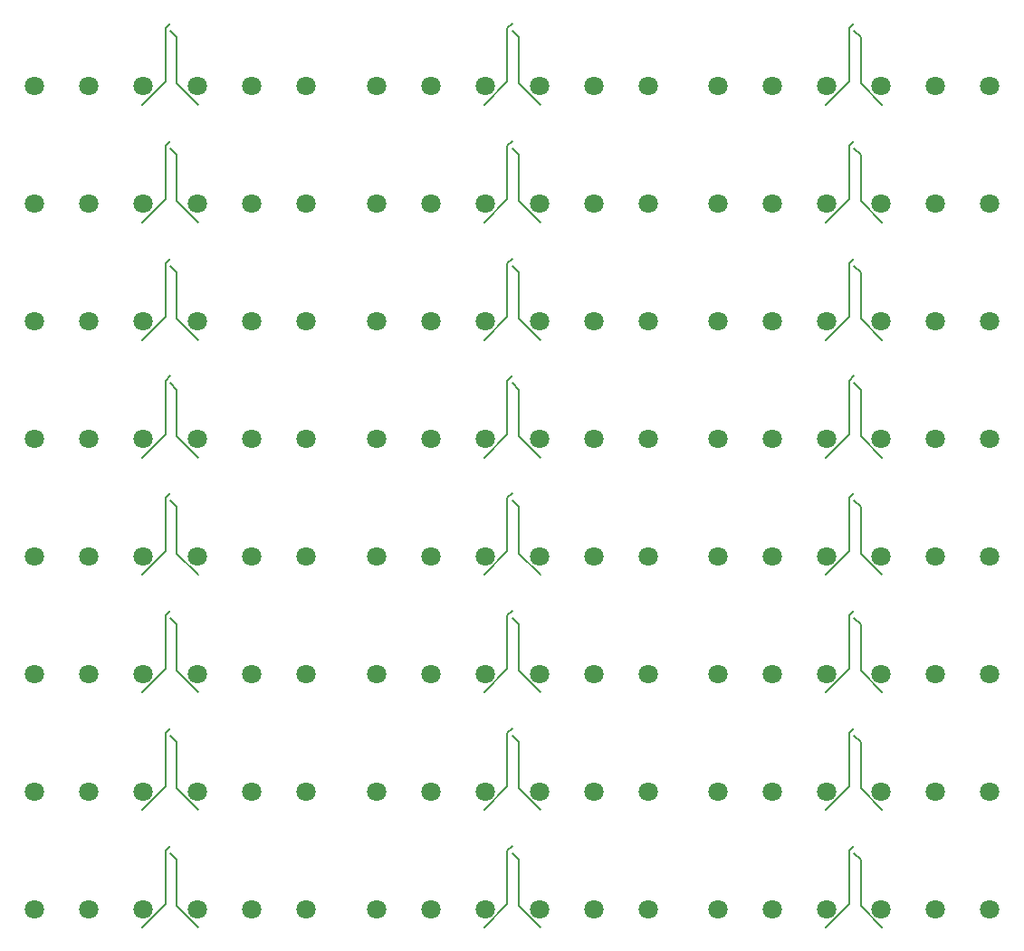
<source format=gbr>
%TF.GenerationSoftware,KiCad,Pcbnew,8.0.4-unknown-202407232306~396e531e7c~ubuntu22.04.1*%
%TF.CreationDate,2024-08-17T16:34:09+01:00*%
%TF.ProjectId,PANEL_DRY_ELEC_6CH_THIN,50414e45-4c5f-4445-9259-5f454c45435f,1.0*%
%TF.SameCoordinates,Original*%
%TF.FileFunction,Copper,L3,Inr*%
%TF.FilePolarity,Positive*%
%FSLAX46Y46*%
G04 Gerber Fmt 4.6, Leading zero omitted, Abs format (unit mm)*
G04 Created by KiCad (PCBNEW 8.0.4-unknown-202407232306~396e531e7c~ubuntu22.04.1) date 2024-08-17 16:34:09*
%MOMM*%
%LPD*%
G01*
G04 APERTURE LIST*
%TA.AperFunction,ComponentPad*%
%ADD10C,1.800000*%
%TD*%
%TA.AperFunction,Conductor*%
%ADD11C,0.127000*%
%TD*%
G04 APERTURE END LIST*
D10*
%TO.N,Board_3-/filtering_4/ELECTRODE*%
%TO.C,J20*%
X8300000Y-23500000D03*
%TD*%
%TO.N,Board_2-/filtering_6/ELECTRODE*%
%TO.C,J22*%
X82460000Y-12500000D03*
%TD*%
%TO.N,Board_17-/filtering_3/ELECTRODE*%
%TO.C,J19*%
X97700000Y-67500000D03*
%TD*%
%TO.N,Board_0-/filtering_6/ELECTRODE*%
%TO.C,J22*%
X18460000Y-12500000D03*
%TD*%
%TO.N,Board_12-/filtering_5/ELECTRODE*%
%TO.C,J21*%
X13380000Y-56500000D03*
%TD*%
%TO.N,Board_21-/filtering_2/ELECTRODE*%
%TO.C,J18*%
X28620000Y-89500000D03*
%TD*%
%TO.N,Board_15-/filtering_1/ELECTRODE*%
%TO.C,J17*%
X23540000Y-67500000D03*
%TD*%
%TO.N,Board_8-/filtering_4/ELECTRODE*%
%TO.C,J20*%
X72300000Y-34500000D03*
%TD*%
%TO.N,Board_8-/filtering_1/ELECTRODE*%
%TO.C,J17*%
X87540000Y-34500000D03*
%TD*%
%TO.N,Board_6-/filtering_4/ELECTRODE*%
%TO.C,J20*%
X8300000Y-34500000D03*
%TD*%
%TO.N,Board_14-/filtering_3/ELECTRODE*%
%TO.C,J19*%
X97700000Y-56500000D03*
%TD*%
%TO.N,Board_1-/filtering_6/ELECTRODE*%
%TO.C,J22*%
X50460000Y-12500000D03*
%TD*%
%TO.N,Board_15-/filtering_6/ELECTRODE*%
%TO.C,J22*%
X18460000Y-67500000D03*
%TD*%
%TO.N,Board_7-/filtering_1/ELECTRODE*%
%TO.C,J17*%
X55540000Y-34500000D03*
%TD*%
%TO.N,Board_20-/filtering_2/ELECTRODE*%
%TO.C,J18*%
X92620000Y-78500000D03*
%TD*%
%TO.N,Board_7-/filtering_4/ELECTRODE*%
%TO.C,J20*%
X40300000Y-34500000D03*
%TD*%
%TO.N,Board_12-/filtering_3/ELECTRODE*%
%TO.C,J19*%
X33700000Y-56500000D03*
%TD*%
%TO.N,Board_9-/filtering_2/ELECTRODE*%
%TO.C,J18*%
X28620000Y-45500000D03*
%TD*%
%TO.N,Board_17-/filtering_4/ELECTRODE*%
%TO.C,J20*%
X72300000Y-67500000D03*
%TD*%
%TO.N,Board_6-/filtering_6/ELECTRODE*%
%TO.C,J22*%
X18460000Y-34500000D03*
%TD*%
%TO.N,Board_16-/filtering_4/ELECTRODE*%
%TO.C,J20*%
X40300000Y-67500000D03*
%TD*%
%TO.N,Board_4-/filtering_2/ELECTRODE*%
%TO.C,J18*%
X60620000Y-23500000D03*
%TD*%
%TO.N,Board_15-/filtering_4/ELECTRODE*%
%TO.C,J20*%
X8300000Y-67500000D03*
%TD*%
%TO.N,Board_9-/filtering_3/ELECTRODE*%
%TO.C,J19*%
X33700000Y-45500000D03*
%TD*%
%TO.N,Board_14-/filtering_5/ELECTRODE*%
%TO.C,J21*%
X77380000Y-56500000D03*
%TD*%
%TO.N,Board_12-/filtering_4/ELECTRODE*%
%TO.C,J20*%
X8300000Y-56500000D03*
%TD*%
%TO.N,Board_9-/filtering_1/ELECTRODE*%
%TO.C,J17*%
X23540000Y-45500000D03*
%TD*%
%TO.N,Board_21-/filtering_3/ELECTRODE*%
%TO.C,J19*%
X33700000Y-89500000D03*
%TD*%
%TO.N,Board_10-/filtering_4/ELECTRODE*%
%TO.C,J20*%
X40300000Y-45500000D03*
%TD*%
%TO.N,Board_22-/filtering_2/ELECTRODE*%
%TO.C,J18*%
X60620000Y-89500000D03*
%TD*%
%TO.N,Board_19-/filtering_6/ELECTRODE*%
%TO.C,J22*%
X50460000Y-78500000D03*
%TD*%
%TO.N,Board_4-/filtering_1/ELECTRODE*%
%TO.C,J17*%
X55540000Y-23500000D03*
%TD*%
%TO.N,Board_19-/filtering_3/ELECTRODE*%
%TO.C,J19*%
X65700000Y-78500000D03*
%TD*%
%TO.N,Board_4-/filtering_3/ELECTRODE*%
%TO.C,J19*%
X65700000Y-23500000D03*
%TD*%
%TO.N,Board_6-/filtering_1/ELECTRODE*%
%TO.C,J17*%
X23540000Y-34500000D03*
%TD*%
%TO.N,Board_10-/filtering_1/ELECTRODE*%
%TO.C,J17*%
X55540000Y-45500000D03*
%TD*%
%TO.N,Board_9-/filtering_6/ELECTRODE*%
%TO.C,J22*%
X18460000Y-45500000D03*
%TD*%
%TO.N,Board_22-/filtering_3/ELECTRODE*%
%TO.C,J19*%
X65700000Y-89500000D03*
%TD*%
%TO.N,Board_23-/filtering_1/ELECTRODE*%
%TO.C,J17*%
X87540000Y-89500000D03*
%TD*%
%TO.N,Board_3-/filtering_2/ELECTRODE*%
%TO.C,J18*%
X28620000Y-23500000D03*
%TD*%
%TO.N,Board_11-/filtering_6/ELECTRODE*%
%TO.C,J22*%
X82460000Y-45500000D03*
%TD*%
%TO.N,Board_7-/filtering_5/ELECTRODE*%
%TO.C,J21*%
X45380000Y-34500000D03*
%TD*%
%TO.N,Board_17-/filtering_2/ELECTRODE*%
%TO.C,J18*%
X92620000Y-67500000D03*
%TD*%
%TO.N,Board_15-/filtering_5/ELECTRODE*%
%TO.C,J21*%
X13380000Y-67500000D03*
%TD*%
%TO.N,Board_5-/filtering_5/ELECTRODE*%
%TO.C,J21*%
X77380000Y-23500000D03*
%TD*%
%TO.N,Board_21-/filtering_6/ELECTRODE*%
%TO.C,J22*%
X18460000Y-89500000D03*
%TD*%
%TO.N,Board_16-/filtering_6/ELECTRODE*%
%TO.C,J22*%
X50460000Y-67500000D03*
%TD*%
%TO.N,Board_11-/filtering_4/ELECTRODE*%
%TO.C,J20*%
X72300000Y-45500000D03*
%TD*%
%TO.N,Board_16-/filtering_3/ELECTRODE*%
%TO.C,J19*%
X65700000Y-67500000D03*
%TD*%
%TO.N,Board_5-/filtering_3/ELECTRODE*%
%TO.C,J19*%
X97700000Y-23500000D03*
%TD*%
%TO.N,Board_23-/filtering_2/ELECTRODE*%
%TO.C,J18*%
X92620000Y-89500000D03*
%TD*%
%TO.N,Board_7-/filtering_2/ELECTRODE*%
%TO.C,J18*%
X60620000Y-34500000D03*
%TD*%
%TO.N,Board_19-/filtering_1/ELECTRODE*%
%TO.C,J17*%
X55540000Y-78500000D03*
%TD*%
%TO.N,Board_3-/filtering_5/ELECTRODE*%
%TO.C,J21*%
X13380000Y-23500000D03*
%TD*%
%TO.N,Board_1-/filtering_2/ELECTRODE*%
%TO.C,J18*%
X60620000Y-12500000D03*
%TD*%
%TO.N,Board_11-/filtering_1/ELECTRODE*%
%TO.C,J17*%
X87540000Y-45500000D03*
%TD*%
%TO.N,Board_13-/filtering_5/ELECTRODE*%
%TO.C,J21*%
X45380000Y-56500000D03*
%TD*%
%TO.N,Board_2-/filtering_4/ELECTRODE*%
%TO.C,J20*%
X72300000Y-12500000D03*
%TD*%
%TO.N,Board_16-/filtering_2/ELECTRODE*%
%TO.C,J18*%
X60620000Y-67500000D03*
%TD*%
%TO.N,Board_1-/filtering_1/ELECTRODE*%
%TO.C,J17*%
X55540000Y-12500000D03*
%TD*%
%TO.N,Board_7-/filtering_6/ELECTRODE*%
%TO.C,J22*%
X50460000Y-34500000D03*
%TD*%
%TO.N,Board_8-/filtering_3/ELECTRODE*%
%TO.C,J19*%
X97700000Y-34500000D03*
%TD*%
%TO.N,Board_8-/filtering_2/ELECTRODE*%
%TO.C,J18*%
X92620000Y-34500000D03*
%TD*%
%TO.N,Board_2-/filtering_2/ELECTRODE*%
%TO.C,J18*%
X92620000Y-12500000D03*
%TD*%
%TO.N,Board_14-/filtering_4/ELECTRODE*%
%TO.C,J20*%
X72300000Y-56500000D03*
%TD*%
%TO.N,Board_20-/filtering_6/ELECTRODE*%
%TO.C,J22*%
X82460000Y-78500000D03*
%TD*%
%TO.N,Board_10-/filtering_6/ELECTRODE*%
%TO.C,J22*%
X50460000Y-45500000D03*
%TD*%
%TO.N,Board_14-/filtering_1/ELECTRODE*%
%TO.C,J17*%
X87540000Y-56500000D03*
%TD*%
%TO.N,Board_6-/filtering_3/ELECTRODE*%
%TO.C,J19*%
X33700000Y-34500000D03*
%TD*%
%TO.N,Board_23-/filtering_3/ELECTRODE*%
%TO.C,J19*%
X97700000Y-89500000D03*
%TD*%
%TO.N,Board_23-/filtering_5/ELECTRODE*%
%TO.C,J21*%
X77380000Y-89500000D03*
%TD*%
%TO.N,Board_17-/filtering_5/ELECTRODE*%
%TO.C,J21*%
X77380000Y-67500000D03*
%TD*%
%TO.N,Board_22-/filtering_1/ELECTRODE*%
%TO.C,J17*%
X55540000Y-89500000D03*
%TD*%
%TO.N,Board_1-/filtering_3/ELECTRODE*%
%TO.C,J19*%
X65700000Y-12500000D03*
%TD*%
%TO.N,Board_20-/filtering_1/ELECTRODE*%
%TO.C,J17*%
X87540000Y-78500000D03*
%TD*%
%TO.N,Board_6-/filtering_5/ELECTRODE*%
%TO.C,J21*%
X13380000Y-34500000D03*
%TD*%
%TO.N,Board_6-/filtering_2/ELECTRODE*%
%TO.C,J18*%
X28620000Y-34500000D03*
%TD*%
%TO.N,Board_4-/filtering_6/ELECTRODE*%
%TO.C,J22*%
X50460000Y-23500000D03*
%TD*%
%TO.N,Board_21-/filtering_5/ELECTRODE*%
%TO.C,J21*%
X13380000Y-89500000D03*
%TD*%
%TO.N,Board_14-/filtering_2/ELECTRODE*%
%TO.C,J18*%
X92620000Y-56500000D03*
%TD*%
%TO.N,Board_1-/filtering_4/ELECTRODE*%
%TO.C,J20*%
X40300000Y-12500000D03*
%TD*%
%TO.N,Board_23-/filtering_6/ELECTRODE*%
%TO.C,J22*%
X82460000Y-89500000D03*
%TD*%
%TO.N,Board_5-/filtering_4/ELECTRODE*%
%TO.C,J20*%
X72300000Y-23500000D03*
%TD*%
%TO.N,Board_22-/filtering_5/ELECTRODE*%
%TO.C,J21*%
X45380000Y-89500000D03*
%TD*%
%TO.N,Board_18-/filtering_5/ELECTRODE*%
%TO.C,J21*%
X13380000Y-78500000D03*
%TD*%
%TO.N,Board_15-/filtering_2/ELECTRODE*%
%TO.C,J18*%
X28620000Y-67500000D03*
%TD*%
%TO.N,Board_0-/filtering_1/ELECTRODE*%
%TO.C,J17*%
X23540000Y-12500000D03*
%TD*%
%TO.N,Board_19-/filtering_5/ELECTRODE*%
%TO.C,J21*%
X45380000Y-78500000D03*
%TD*%
%TO.N,Board_18-/filtering_4/ELECTRODE*%
%TO.C,J20*%
X8300000Y-78500000D03*
%TD*%
%TO.N,Board_12-/filtering_1/ELECTRODE*%
%TO.C,J17*%
X23540000Y-56500000D03*
%TD*%
%TO.N,Board_10-/filtering_2/ELECTRODE*%
%TO.C,J18*%
X60620000Y-45500000D03*
%TD*%
%TO.N,Board_9-/filtering_4/ELECTRODE*%
%TO.C,J20*%
X8300000Y-45500000D03*
%TD*%
%TO.N,Board_0-/filtering_2/ELECTRODE*%
%TO.C,J18*%
X28620000Y-12500000D03*
%TD*%
%TO.N,Board_22-/filtering_4/ELECTRODE*%
%TO.C,J20*%
X40300000Y-89500000D03*
%TD*%
%TO.N,Board_7-/filtering_3/ELECTRODE*%
%TO.C,J19*%
X65700000Y-34500000D03*
%TD*%
%TO.N,Board_20-/filtering_3/ELECTRODE*%
%TO.C,J19*%
X97700000Y-78500000D03*
%TD*%
%TO.N,Board_21-/filtering_4/ELECTRODE*%
%TO.C,J20*%
X8300000Y-89500000D03*
%TD*%
%TO.N,Board_13-/filtering_3/ELECTRODE*%
%TO.C,J19*%
X65700000Y-56500000D03*
%TD*%
%TO.N,Board_5-/filtering_1/ELECTRODE*%
%TO.C,J17*%
X87540000Y-23500000D03*
%TD*%
%TO.N,Board_17-/filtering_6/ELECTRODE*%
%TO.C,J22*%
X82460000Y-67500000D03*
%TD*%
%TO.N,Board_11-/filtering_5/ELECTRODE*%
%TO.C,J21*%
X77380000Y-45500000D03*
%TD*%
%TO.N,Board_2-/filtering_3/ELECTRODE*%
%TO.C,J19*%
X97700000Y-12500000D03*
%TD*%
%TO.N,Board_22-/filtering_6/ELECTRODE*%
%TO.C,J22*%
X50460000Y-89500000D03*
%TD*%
%TO.N,Board_3-/filtering_3/ELECTRODE*%
%TO.C,J19*%
X33700000Y-23500000D03*
%TD*%
%TO.N,Board_14-/filtering_6/ELECTRODE*%
%TO.C,J22*%
X82460000Y-56500000D03*
%TD*%
%TO.N,Board_13-/filtering_6/ELECTRODE*%
%TO.C,J22*%
X50460000Y-56500000D03*
%TD*%
%TO.N,Board_20-/filtering_5/ELECTRODE*%
%TO.C,J21*%
X77380000Y-78500000D03*
%TD*%
%TO.N,Board_10-/filtering_5/ELECTRODE*%
%TO.C,J21*%
X45380000Y-45500000D03*
%TD*%
%TO.N,Board_9-/filtering_5/ELECTRODE*%
%TO.C,J21*%
X13380000Y-45500000D03*
%TD*%
%TO.N,Board_2-/filtering_1/ELECTRODE*%
%TO.C,J17*%
X87540000Y-12500000D03*
%TD*%
%TO.N,Board_15-/filtering_3/ELECTRODE*%
%TO.C,J19*%
X33700000Y-67500000D03*
%TD*%
%TO.N,Board_3-/filtering_6/ELECTRODE*%
%TO.C,J22*%
X18460000Y-23500000D03*
%TD*%
%TO.N,Board_8-/filtering_6/ELECTRODE*%
%TO.C,J22*%
X82460000Y-34500000D03*
%TD*%
%TO.N,Board_4-/filtering_4/ELECTRODE*%
%TO.C,J20*%
X40300000Y-23500000D03*
%TD*%
%TO.N,Board_20-/filtering_4/ELECTRODE*%
%TO.C,J20*%
X72300000Y-78500000D03*
%TD*%
%TO.N,Board_23-/filtering_4/ELECTRODE*%
%TO.C,J20*%
X72300000Y-89500000D03*
%TD*%
%TO.N,Board_1-/filtering_5/ELECTRODE*%
%TO.C,J21*%
X45380000Y-12500000D03*
%TD*%
%TO.N,Board_10-/filtering_3/ELECTRODE*%
%TO.C,J19*%
X65700000Y-45500000D03*
%TD*%
%TO.N,Board_16-/filtering_5/ELECTRODE*%
%TO.C,J21*%
X45380000Y-67500000D03*
%TD*%
%TO.N,Board_11-/filtering_3/ELECTRODE*%
%TO.C,J19*%
X97700000Y-45500000D03*
%TD*%
%TO.N,Board_3-/filtering_1/ELECTRODE*%
%TO.C,J17*%
X23540000Y-23500000D03*
%TD*%
%TO.N,Board_2-/filtering_5/ELECTRODE*%
%TO.C,J21*%
X77380000Y-12500000D03*
%TD*%
%TO.N,Board_5-/filtering_2/ELECTRODE*%
%TO.C,J18*%
X92620000Y-23500000D03*
%TD*%
%TO.N,Board_18-/filtering_6/ELECTRODE*%
%TO.C,J22*%
X18460000Y-78500000D03*
%TD*%
%TO.N,Board_19-/filtering_4/ELECTRODE*%
%TO.C,J20*%
X40300000Y-78500000D03*
%TD*%
%TO.N,Board_13-/filtering_2/ELECTRODE*%
%TO.C,J18*%
X60620000Y-56500000D03*
%TD*%
%TO.N,Board_0-/filtering_3/ELECTRODE*%
%TO.C,J19*%
X33700000Y-12500000D03*
%TD*%
%TO.N,Board_12-/filtering_6/ELECTRODE*%
%TO.C,J22*%
X18460000Y-56500000D03*
%TD*%
%TO.N,Board_19-/filtering_2/ELECTRODE*%
%TO.C,J18*%
X60620000Y-78500000D03*
%TD*%
%TO.N,Board_11-/filtering_2/ELECTRODE*%
%TO.C,J18*%
X92620000Y-45500000D03*
%TD*%
%TO.N,Board_13-/filtering_1/ELECTRODE*%
%TO.C,J17*%
X55540000Y-56500000D03*
%TD*%
%TO.N,Board_12-/filtering_2/ELECTRODE*%
%TO.C,J18*%
X28620000Y-56500000D03*
%TD*%
%TO.N,Board_18-/filtering_3/ELECTRODE*%
%TO.C,J19*%
X33700000Y-78500000D03*
%TD*%
%TO.N,Board_5-/filtering_6/ELECTRODE*%
%TO.C,J22*%
X82460000Y-23500000D03*
%TD*%
%TO.N,Board_4-/filtering_5/ELECTRODE*%
%TO.C,J21*%
X45380000Y-23500000D03*
%TD*%
%TO.N,Board_21-/filtering_1/ELECTRODE*%
%TO.C,J17*%
X23540000Y-89500000D03*
%TD*%
%TO.N,Board_0-/filtering_4/ELECTRODE*%
%TO.C,J20*%
X8300000Y-12500000D03*
%TD*%
%TO.N,Board_18-/filtering_2/ELECTRODE*%
%TO.C,J18*%
X28620000Y-78500000D03*
%TD*%
%TO.N,Board_18-/filtering_1/ELECTRODE*%
%TO.C,J17*%
X23540000Y-78500000D03*
%TD*%
%TO.N,Board_8-/filtering_5/ELECTRODE*%
%TO.C,J21*%
X77380000Y-34500000D03*
%TD*%
%TO.N,Board_0-/filtering_5/ELECTRODE*%
%TO.C,J21*%
X13380000Y-12500000D03*
%TD*%
%TO.N,Board_13-/filtering_4/ELECTRODE*%
%TO.C,J20*%
X40300000Y-56500000D03*
%TD*%
%TO.N,Board_16-/filtering_1/ELECTRODE*%
%TO.C,J17*%
X55540000Y-67500000D03*
%TD*%
%TO.N,Board_17-/filtering_1/ELECTRODE*%
%TO.C,J17*%
X87540000Y-67500000D03*
%TD*%
D11*
%TO.N,*%
X21600001Y-84900000D02*
X21600001Y-89225000D01*
X53600001Y-7900000D02*
X53600001Y-12225000D01*
X85600001Y-7900000D02*
X85600001Y-12225000D01*
X84573801Y-34051200D02*
X82375001Y-36250000D01*
X20573801Y-73051200D02*
X20573801Y-78051200D01*
X85000001Y-18300000D02*
X85600001Y-18900000D01*
X21000001Y-7300000D02*
X21600001Y-7900000D01*
X53000001Y-29300000D02*
X53600001Y-29900000D01*
X52573801Y-62051200D02*
X52573801Y-67051200D01*
X85000001Y-40300000D02*
X85600001Y-40900000D01*
X20573801Y-84051200D02*
X20573801Y-89051200D01*
X53000001Y-72625000D02*
X52573801Y-73051200D01*
X20573801Y-18051200D02*
X20573801Y-23051200D01*
X21000001Y-84300000D02*
X21600001Y-84900000D01*
X21600001Y-78225000D02*
X23625001Y-80250000D01*
X21000001Y-51300000D02*
X21600001Y-51900000D01*
X53600001Y-67225000D02*
X55625001Y-69250000D01*
X53000001Y-62300000D02*
X53600001Y-62900000D01*
X53600001Y-56225000D02*
X55625001Y-58250000D01*
X53000001Y-50625000D02*
X52573801Y-51051200D01*
X53600001Y-40900000D02*
X53600001Y-45225000D01*
X53600001Y-62900000D02*
X53600001Y-67225000D01*
X20573801Y-34051200D02*
X18375001Y-36250000D01*
X53000001Y-6625000D02*
X52573801Y-7051200D01*
X85000001Y-17625000D02*
X84573801Y-18051200D01*
X85600001Y-84900000D02*
X85600001Y-89225000D01*
X52573801Y-51051200D02*
X52573801Y-56051200D01*
X20573801Y-23051200D02*
X18375001Y-25250000D01*
X52573801Y-56051200D02*
X50375001Y-58250000D01*
X21600001Y-51900000D02*
X21600001Y-56225000D01*
X20573801Y-45051200D02*
X18375001Y-47250000D01*
X84573801Y-23051200D02*
X82375001Y-25250000D01*
X53000001Y-39625000D02*
X52573801Y-40051200D01*
X84573801Y-45051200D02*
X82375001Y-47250000D01*
X84573801Y-62051200D02*
X84573801Y-67051200D01*
X21000001Y-72625000D02*
X20573801Y-73051200D01*
X84573801Y-67051200D02*
X82375001Y-69250000D01*
X85000001Y-50625000D02*
X84573801Y-51051200D01*
X53600001Y-34225000D02*
X55625001Y-36250000D01*
X20573801Y-7051200D02*
X20573801Y-12051200D01*
X85600001Y-89225000D02*
X87625001Y-91250000D01*
X20573801Y-67051200D02*
X18375001Y-69250000D01*
X53600001Y-18900000D02*
X53600001Y-23225000D01*
X85600001Y-18900000D02*
X85600001Y-23225000D01*
X53600001Y-73900000D02*
X53600001Y-78225000D01*
X85600001Y-73900000D02*
X85600001Y-78225000D01*
X84573801Y-84051200D02*
X84573801Y-89051200D01*
X85000001Y-51300000D02*
X85600001Y-51900000D01*
X21000001Y-73300000D02*
X21600001Y-73900000D01*
X21600001Y-67225000D02*
X23625001Y-69250000D01*
X20573801Y-29051200D02*
X20573801Y-34051200D01*
X52573801Y-84051200D02*
X52573801Y-89051200D01*
X52573801Y-78051200D02*
X50375001Y-80250000D01*
X84573801Y-78051200D02*
X82375001Y-80250000D01*
X85000001Y-84300000D02*
X85600001Y-84900000D01*
X20573801Y-78051200D02*
X18375001Y-80250000D01*
X52573801Y-23051200D02*
X50375001Y-25250000D01*
X21000001Y-29300000D02*
X21600001Y-29900000D01*
X21000001Y-28625000D02*
X20573801Y-29051200D01*
X53600001Y-23225000D02*
X55625001Y-25250000D01*
X21600001Y-73900000D02*
X21600001Y-78225000D01*
X20573801Y-89051200D02*
X18375001Y-91250000D01*
X21600001Y-56225000D02*
X23625001Y-58250000D01*
X53600001Y-84900000D02*
X53600001Y-89225000D01*
X85000001Y-6625000D02*
X84573801Y-7051200D01*
X84573801Y-73051200D02*
X84573801Y-78051200D01*
X21000001Y-83625000D02*
X20573801Y-84051200D01*
X52573801Y-73051200D02*
X52573801Y-78051200D01*
X21000001Y-18300000D02*
X21600001Y-18900000D01*
X53000001Y-17625000D02*
X52573801Y-18051200D01*
X20573801Y-56051200D02*
X18375001Y-58250000D01*
X21000001Y-50625000D02*
X20573801Y-51051200D01*
X53000001Y-28625000D02*
X52573801Y-29051200D01*
X53600001Y-12225000D02*
X55625001Y-14250000D01*
X84573801Y-18051200D02*
X84573801Y-23051200D01*
X21000001Y-6625000D02*
X20573801Y-7051200D01*
X85000001Y-7300000D02*
X85600001Y-7900000D01*
X53000001Y-61625000D02*
X52573801Y-62051200D01*
X85600001Y-51900000D02*
X85600001Y-56225000D01*
X53000001Y-7300000D02*
X53600001Y-7900000D01*
X53600001Y-29900000D02*
X53600001Y-34225000D01*
X85000001Y-61625000D02*
X84573801Y-62051200D01*
X21000001Y-61625000D02*
X20573801Y-62051200D01*
X52573801Y-40051200D02*
X52573801Y-45051200D01*
X84573801Y-89051200D02*
X82375001Y-91250000D01*
X53000001Y-84300000D02*
X53600001Y-84900000D01*
X20573801Y-62051200D02*
X20573801Y-67051200D01*
X53600001Y-89225000D02*
X55625001Y-91250000D01*
X20573801Y-51051200D02*
X20573801Y-56051200D01*
X84573801Y-7051200D02*
X84573801Y-12051200D01*
X52573801Y-18051200D02*
X52573801Y-23051200D01*
X53000001Y-40300000D02*
X53600001Y-40900000D01*
X84573801Y-56051200D02*
X82375001Y-58250000D01*
X53000001Y-51300000D02*
X53600001Y-51900000D01*
X52573801Y-7051200D02*
X52573801Y-12051200D01*
X85000001Y-72625000D02*
X84573801Y-73051200D01*
X84573801Y-51051200D02*
X84573801Y-56051200D01*
X21600001Y-29900000D02*
X21600001Y-34225000D01*
X84573801Y-29051200D02*
X84573801Y-34051200D01*
X85600001Y-78225000D02*
X87625001Y-80250000D01*
X84573801Y-12051200D02*
X82375001Y-14250000D01*
X20573801Y-40051200D02*
X20573801Y-45051200D01*
X21000001Y-62300000D02*
X21600001Y-62900000D01*
X21600001Y-34225000D02*
X23625001Y-36250000D01*
X52573801Y-29051200D02*
X52573801Y-34051200D01*
X21000001Y-17625000D02*
X20573801Y-18051200D01*
X52573801Y-34051200D02*
X50375001Y-36250000D01*
X52573801Y-45051200D02*
X50375001Y-47250000D01*
X85000001Y-83625000D02*
X84573801Y-84051200D01*
X21600001Y-62900000D02*
X21600001Y-67225000D01*
X53000001Y-83625000D02*
X52573801Y-84051200D01*
X21600001Y-89225000D02*
X23625001Y-91250000D01*
X85600001Y-29900000D02*
X85600001Y-34225000D01*
X85000001Y-62300000D02*
X85600001Y-62900000D01*
X21600001Y-45225000D02*
X23625001Y-47250000D01*
X21000001Y-40300000D02*
X21600001Y-40900000D01*
X84573801Y-40051200D02*
X84573801Y-45051200D01*
X85600001Y-12225000D02*
X87625001Y-14250000D01*
X52573801Y-89051200D02*
X50375001Y-91250000D01*
X52573801Y-12051200D02*
X50375001Y-14250000D01*
X53000001Y-73300000D02*
X53600001Y-73900000D01*
X85600001Y-67225000D02*
X87625001Y-69250000D01*
X53600001Y-78225000D02*
X55625001Y-80250000D01*
X52573801Y-67051200D02*
X50375001Y-69250000D01*
X85600001Y-56225000D02*
X87625001Y-58250000D01*
X21600001Y-12225000D02*
X23625001Y-14250000D01*
X85600001Y-62900000D02*
X85600001Y-67225000D01*
X21600001Y-7900000D02*
X21600001Y-12225000D01*
X53600001Y-51900000D02*
X53600001Y-56225000D01*
X85600001Y-23225000D02*
X87625001Y-25250000D01*
X85600001Y-45225000D02*
X87625001Y-47250000D01*
X21000001Y-39625000D02*
X20573801Y-40051200D01*
X85000001Y-73300000D02*
X85600001Y-73900000D01*
X20573801Y-12051200D02*
X18375001Y-14250000D01*
X85600001Y-40900000D02*
X85600001Y-45225000D01*
X21600001Y-18900000D02*
X21600001Y-23225000D01*
X53000001Y-18300000D02*
X53600001Y-18900000D01*
X85600001Y-34225000D02*
X87625001Y-36250000D01*
X85000001Y-28625000D02*
X84573801Y-29051200D01*
X21600001Y-23225000D02*
X23625001Y-25250000D01*
X85000001Y-39625000D02*
X84573801Y-40051200D01*
X85000001Y-29300000D02*
X85600001Y-29900000D01*
X21600001Y-40900000D02*
X21600001Y-45225000D01*
X53600001Y-45225000D02*
X55625001Y-47250000D01*
%TD*%
M02*

</source>
